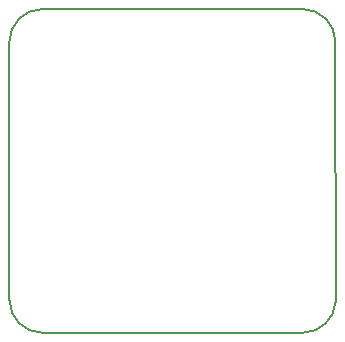
<source format=gbr>
%TF.GenerationSoftware,KiCad,Pcbnew,5.1.12-84ad8e8a86~92~ubuntu18.04.1*%
%TF.CreationDate,2024-08-09T12:32:27+07:00*%
%TF.ProjectId,framos_FSM_IMX_2LANE_Jetson_Adapter,6672616d-6f73-45f4-9653-4d5f494d585f,rev?*%
%TF.SameCoordinates,Original*%
%TF.FileFunction,Profile,NP*%
%FSLAX46Y46*%
G04 Gerber Fmt 4.6, Leading zero omitted, Abs format (unit mm)*
G04 Created by KiCad (PCBNEW 5.1.12-84ad8e8a86~92~ubuntu18.04.1) date 2024-08-09 12:32:27*
%MOMM*%
%LPD*%
G01*
G04 APERTURE LIST*
%TA.AperFunction,Profile*%
%ADD10C,0.200000*%
%TD*%
G04 APERTURE END LIST*
D10*
X136475000Y-52525000D02*
X136493537Y-74564288D01*
X136493537Y-74564288D02*
G75*
G02*
X133725000Y-77150000I-2768537J189288D01*
G01*
X111650000Y-77150000D02*
G75*
G02*
X108875000Y-74375000I0J2775000D01*
G01*
X133700000Y-49750000D02*
G75*
G02*
X136475000Y-52525000I0J-2775000D01*
G01*
X108875000Y-52525000D02*
G75*
G02*
X111650000Y-49750000I2775000J0D01*
G01*
X108875000Y-74375000D02*
X108875000Y-52525000D01*
X133725000Y-77150000D02*
X111650000Y-77150000D01*
X111650000Y-49750000D02*
X133700000Y-49750000D01*
M02*

</source>
